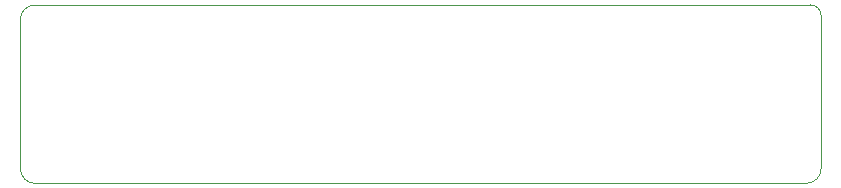
<source format=gbr>
%TF.GenerationSoftware,Altium Limited,Altium Designer,25.0.2 (28)*%
G04 Layer_Color=0*
%FSLAX45Y45*%
%MOMM*%
%TF.SameCoordinates,A0A746A1-3CD2-44F8-AC9A-FD4DD348DB9E*%
%TF.FilePolarity,Positive*%
%TF.FileFunction,Profile,NP*%
%TF.Part,Single*%
G01*
G75*
%TA.AperFunction,Profile*%
%ADD34C,0.02540*%
D34*
X5969000Y6718300D02*
G02*
X5842000Y6845300I0J127000D01*
G01*
Y8102600D01*
D02*
G02*
X5969000Y8229600I127000J0D01*
G01*
X12531600D01*
D02*
G02*
X12623800Y8137400I0J-92200D01*
G01*
Y6845300D01*
D02*
G02*
X12496800Y6718300I-127000J0D01*
G01*
X5969000D01*
%TF.MD5,81279e03c6f5063b4e27e1d3fad5ea02*%
M02*

</source>
